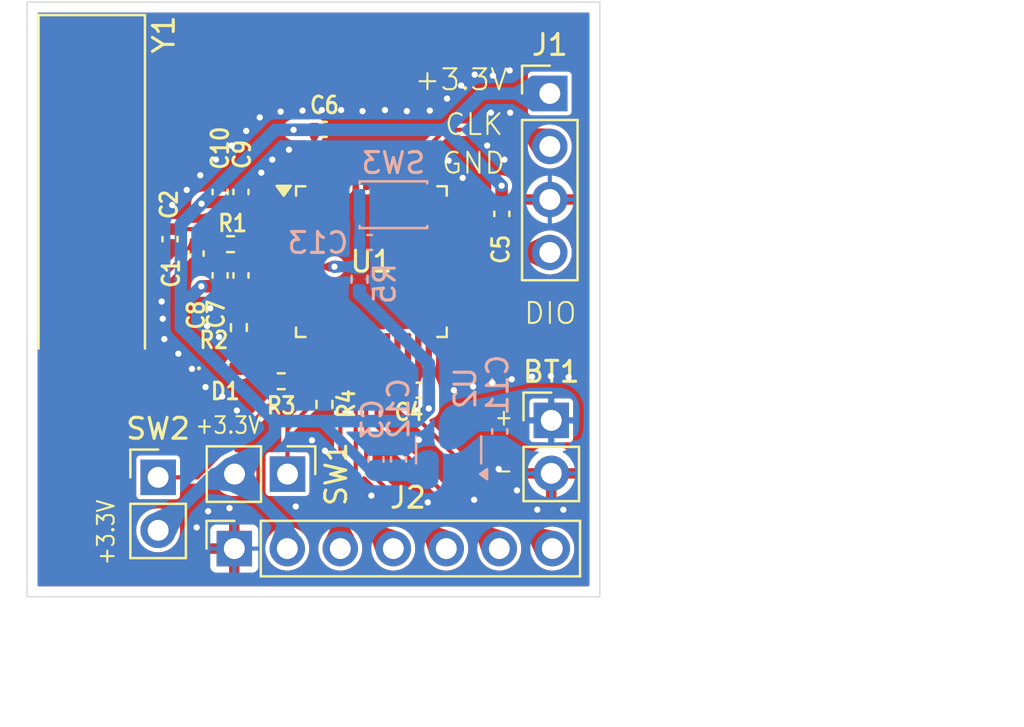
<source format=kicad_pcb>
(kicad_pcb (version 20240108) (generator "pcbnew") (generator_version "8.0")
  (layers (0 "F.Cu" signal) (31 "B.Cu" signal) (34 "B.Paste" user) (35 "F.Paste" user) (36 "B.SilkS" user "B.Silkscreen") (37 "F.SilkS" user "F.Silkscreen") (38 "B.Mask" user) (39 "F.Mask" user) (44 "Edge.Cuts" user))
  (net 0 "")
  (net 1 "+3.3V")
  (net 2 "Earth")
  (net 3 "Net-(C1-Pad2)")
  (net 4 "Net-(U1-PD0)")
  (net 5 "Net-(D1-A)")
  (net 6 "/SWCLK")
  (net 7 "/SWDIO")
  (net 8 "Net-(U1-PD1)")
  (net 9 "Net-(U1-PA0)")
  (net 10 "/LEFT_BUTTON")
  (net 11 "/RIGHT_BUTTON")
  (net 16 "/TFT_DC")
  (net 22 "/SPI1_MOSI")
  (net 23 "/TFT_RST")
  (net 37 "/TFT_CS")
  (net 41 "/SPI1_SCK")
  (net 42 "+5V")
  (net 43 "Net-(SW3A-B)")
  (footprint "Capacitor_SMD:C_0402_1005Metric" (layer "F.Cu") (at 95.1 101.26 90)
    (property "Reference" "C2" (at 1.66 -0.05 -90) (layer "F.SilkS") (effects (font (size 0.8 0.7) (thickness 0.14) (bold yes))))
    (property "Value" "20pF")
    (fp_line (start -0.107836 -0.36) (end 0.107836 -0.36) (stroke (width 0.12)) (layer "F.SilkS"))
    (fp_line (start -0.107836 0.36) (end 0.107836 0.36) (stroke (width 0.12)) (layer "F.SilkS"))
    (pad "1" smd roundrect (at -0.48 0 90) (size 0.56 0.62) (layers "F.Cu" "F.Paste" "F.Mask") (net 2 "Earth"))
    (pad "2" smd roundrect (at 0.48 0 90) (size 0.56 0.62) (layers "F.Cu" "F.Paste" "F.Mask") (net 4 "Net-(U1-PD0)"))
  )
  (footprint "Capacitor_SMD:C_0402_1005Metric" (layer "F.Cu") (at 111 100.05 -90)
    (property "Reference" "C5" (at 1.7 0.05 90) (layer "F.SilkS") (effects (font (size 0.8 0.7) (thickness 0.14) (bold yes))))
    (property "Value" "0,1мкФ")
    (fp_line (start -0.107836 0.36) (end 0.107836 0.36) (stroke (width 0.12)) (layer "F.SilkS"))
    (fp_line (start -0.107836 -0.36) (end 0.107836 -0.36) (stroke (width 0.12)) (layer "F.SilkS"))
    (pad "1" smd roundrect (at -0.48 0 270) (size 0.56 0.62) (layers "F.Cu" "F.Paste" "F.Mask") (net 1 "+3.3V"))
    (pad "2" smd roundrect (at 0.48 0 270) (size 0.56 0.62) (layers "F.Cu" "F.Paste" "F.Mask") (net 2 "Earth"))
  )
  (footprint "Resistor_SMD:R_0402_1005Metric_Pad0.72x0.64mm_HandSolder" (layer "F.Cu") (at 98.4 105.4975 -90)
    (property "Reference" "R2" (at 0.6025 1.2 180) (layer "F.SilkS") (effects (font (size 0.8 0.7) (thickness 0.14) (bold yes))))
    (property "Value" "1k")
    (fp_line (start -0.167621 0.38) (end 0.167621 0.38) (stroke (width 0.12)) (layer "F.SilkS"))
    (fp_line (start -0.167621 -0.38) (end 0.167621 -0.38) (stroke (width 0.12)) (layer "F.SilkS"))
    (pad "1" smd roundrect (at -0.5975 0 270) (size 0.715 0.64) (layers "F.Cu" "F.Paste" "F.Mask") (net 9 "Net-(U1-PA0)"))
    (pad "2" smd roundrect (at 0.5975 0 270) (size 0.715 0.64) (layers "F.Cu" "F.Paste" "F.Mask") (net 5 "Net-(D1-A)"))
  )
  (footprint "Resistor_SMD:R_0402_1005Metric_Pad0.72x0.64mm_HandSolder" (layer "F.Cu") (at 102.5 109.18 -90)
    (property "Reference" "R4" (at -0.03 -1.05 90) (layer "F.SilkS") (effects (font (size 0.8 0.7) (thickness 0.14) (bold yes))))
    (property "Value" "10k")
    (fp_line (start -0.167621 0.38) (end 0.167621 0.38) (stroke (width 0.12)) (layer "F.SilkS"))
    (fp_line (start -0.167621 -0.38) (end 0.167621 -0.38) (stroke (width 0.12)) (layer "F.SilkS"))
    (pad "1" smd roundrect (at -0.5975 0 270) (size 0.715 0.64) (layers "F.Cu" "F.Paste" "F.Mask") (net 11 "/RIGHT_BUTTON"))
    (pad "2" smd roundrect (at 0.5975 0 270) (size 0.715 0.64) (layers "F.Cu" "F.Paste" "F.Mask") (net 2 "Earth"))
  )
  (footprint "Connector_PinHeader_2.54mm:PinHeader_1x02_P2.54mm_Vertical" (layer "F.Cu") (at 94.53 112.675)
    (property "Reference" "SW2" (at 0 -2.33 0) (layer "F.SilkS"))
    (property "Value" "SW_DPST_x2")
    (fp_line (start -1.33 -1.33) (end 0 -1.33) (stroke (width 0.12)) (layer "F.SilkS"))
    (fp_line (start -1.33 0) (end -1.33 -1.33) (stroke (width 0.12)) (layer "F.SilkS"))
    (fp_line (start -1.33 1.27) (end -1.33 3.87) (stroke (width 0.12)) (layer "F.SilkS"))
    (fp_line (start -1.33 1.27) (end 1.33 1.27) (stroke (width 0.12)) (layer "F.SilkS"))
    (fp_line (start -1.33 3.87) (end 1.33 3.87) (stroke (width 0.12)) (layer "F.SilkS"))
    (fp_line (start 1.33 1.27) (end 1.33 3.87) (stroke (width 0.12)) (layer "F.SilkS"))
    (pad "1" thru_hole rect (at 0 0) (size 1.7 1.7) (drill 1) (layers "*.Cu" "*.Mask") (net 10 "/LEFT_BUTTON"))
    (pad "2" thru_hole oval (at 0 2.54) (size 1.7 1.7) (drill 1) (layers "*.Cu" "*.Mask") (net 1 "+3.3V"))
  )
  (footprint "Capacitor_SMD:C_0402_1005Metric" (layer "F.Cu") (at 96.35 101.95 90)
    (property "Reference" "C1" (at -0.95 -1.2 90) (layer "F.SilkS") (effects (font (size 0.8 0.7) (thickness 0.14) (bold yes))))
    (property "Value" "20pF")
    (fp_line (start -0.107836 -0.36) (end 0.107836 -0.36) (stroke (width 0.12)) (layer "F.SilkS"))
    (fp_line (start -0.107836 0.36) (end 0.107836 0.36) (stroke (width 0.12)) (layer "F.SilkS"))
    (pad "1" smd roundrect (at -0.48 0 90) (size 0.56 0.62) (layers "F.Cu" "F.Paste" "F.Mask") (net 2 "Earth"))
    (pad "2" smd roundrect (at 0.48 0 90) (size 0.56 0.62) (layers "F.Cu" "F.Paste" "F.Mask") (net 3 "Net-(C1-Pad2)"))
  )
  (footprint "LED_SMD:LED_0402_1005Metric_Pad0.77x0.64mm_HandSolder" (layer "F.Cu") (at 97.75 107.45)
    (property "Reference" "D1" (at 0 1.1 0) (layer "F.SilkS") (effects (font (size 0.8 0.7) (thickness 0.14) (bold yes))))
    (property "Value" "LED")
    (fp_circle (center -1.265 0) (end -1.215 0) (stroke (width 0.1)) (fill none) (layer "F.SilkS"))
    (pad "1" smd roundrect (at -0.5725 0) (size 0.765 0.64) (layers "F.Cu" "F.Paste" "F.Mask") (net 2 "Earth"))
    (pad "2" smd roundrect (at 0.5725 0) (size 0.765 0.64) (layers "F.Cu" "F.Paste" "F.Mask") (net 5 "Net-(D1-A)"))
  )
  (footprint "Capacitor_SMD:C_0402_1005Metric" (layer "F.Cu") (at 97.5 99 90)
    (property "Reference" "C10" (at 2.1 0 90) (layer "F.SilkS") (effects (font (size 0.8 0.7) (thickness 0.14) (bold yes))))
    (property "Value" "1мкФ")
    (fp_line (start -0.107836 -0.36) (end 0.107836 -0.36) (stroke (width 0.12)) (layer "F.SilkS"))
    (fp_line (start -0.107836 0.36) (end 0.107836 0.36) (stroke (width 0.12)) (layer "F.SilkS"))
    (pad "1" smd roundrect (at -0.48 0 90) (size 0.56 0.62) (layers "F.Cu" "F.Paste" "F.Mask") (net 1 "+3.3V"))
    (pad "2" smd roundrect (at 0.48 0 90) (size 0.56 0.62) (layers "F.Cu" "F.Paste" "F.Mask") (net 2 "Earth"))
  )
  (footprint "Capacitor_SMD:C_0402_1005Metric" (layer "F.Cu") (at 98.5 99 90)
    (property "Reference" "C9" (at 1.8 0.05 90) (layer "F.SilkS") (effects (font (size 0.8 0.7) (thickness 0.14) (bold yes))))
    (property "Value" "0,1мкФ")
    (fp_line (start -0.107836 -0.36) (end 0.107836 -0.36) (stroke (width 0.12)) (layer "F.SilkS"))
    (fp_line (start -0.107836 0.36) (end 0.107836 0.36) (stroke (width 0.12)) (layer "F.SilkS"))
    (pad "1" smd roundrect (at -0.48 0 90) (size 0.56 0.62) (layers "F.Cu" "F.Paste" "F.Mask") (net 1 "+3.3V"))
    (pad "2" smd roundrect (at 0.48 0 90) (size 0.56 0.62) (layers "F.Cu" "F.Paste" "F.Mask") (net 2 "Earth"))
  )
  (footprint "Connector_PinHeader_2.54mm:PinHeader_1x02_P2.54mm_Vertical" (layer "F.Cu") (at 113.37 109.945)
    (property "Reference" "BT1" (at 0 -2.33 0) (layer "F.SilkS"))
    (property "Value" "Battery_Cell")
    (fp_line (start -1.33 -1.33) (end 0 -1.33) (stroke (width 0.12)) (layer "F.SilkS"))
    (fp_line (start -1.33 0) (end -1.33 -1.33) (stroke (width 0.12)) (layer "F.SilkS"))
    (fp_line (start -1.33 1.27) (end -1.33 3.87) (stroke (width 0.12)) (layer "F.SilkS"))
    (fp_line (start -1.33 1.27) (end 1.33 1.27) (stroke (width 0.12)) (layer "F.SilkS"))
    (fp_line (start -1.33 3.87) (end 1.33 3.87) (stroke (width 0.12)) (layer "F.SilkS"))
    (fp_line (start 1.33 1.27) (end 1.33 3.87) (stroke (width 0.12)) (layer "F.SilkS"))
    (pad "1" thru_hole rect (at 0 0) (size 1.7 1.7) (drill 1) (layers "*.Cu" "*.Mask") (net 42 "+5V"))
    (pad "2" thru_hole oval (at 0 2.54) (size 1.7 1.7) (drill 1) (layers "*.Cu" "*.Mask") (net 2 "Earth"))
  )
  (footprint "Capacitor_SMD:C_0402_1005Metric" (layer "F.Cu") (at 107.02 108.5 180)
    (property "Reference" "C4" (at 0.47 -1.05 0) (layer "F.SilkS") (effects (font (size 0.8 0.7) (thickness 0.14) (bold yes))))
    (property "Value" "0,1мкФ")
    (fp_line (start -0.107836 0.36) (end 0.107836 0.36) (stroke (width 0.12)) (layer "F.SilkS"))
    (fp_line (start -0.107836 -0.36) (end 0.107836 -0.36) (stroke (width 0.12)) (layer "F.SilkS"))
    (pad "1" smd roundrect (at -0.48 0 180) (size 0.56 0.62) (layers "F.Cu" "F.Paste" "F.Mask") (net 1 "+3.3V"))
    (pad "2" smd roundrect (at 0.48 0 180) (size 0.56 0.62) (layers "F.Cu" "F.Paste" "F.Mask") (net 2 "Earth"))
  )
  (footprint "Capacitor_SMD:C_0402_1005Metric" (layer "F.Cu") (at 98.5 103 90)
    (property "Reference" "C7" (at -1.85 -1.2 90) (layer "F.SilkS") (effects (font (size 0.8 0.7) (thickness 0.14) (bold yes))))
    (property "Value" "0,1мкФ")
    (fp_line (start -0.107836 -0.36) (end 0.107836 -0.36) (stroke (width 0.12)) (layer "F.SilkS"))
    (fp_line (start -0.107836 0.36) (end 0.107836 0.36) (stroke (width 0.12)) (layer "F.SilkS"))
    (pad "1" smd roundrect (at -0.48 0 90) (size 0.56 0.62) (layers "F.Cu" "F.Paste" "F.Mask") (net 1 "+3.3V"))
    (pad "2" smd roundrect (at 0.48 0 90) (size 0.56 0.62) (layers "F.Cu" "F.Paste" "F.Mask") (net 2 "Earth"))
  )
  (footprint "Resistor_SMD:R_0402_1005Metric_Pad0.72x0.64mm_HandSolder" (layer "F.Cu") (at 100.43 108.07 180)
    (property "Reference" "R3" (at 0 -1.17 0) (layer "F.SilkS") (effects (font (size 0.8 0.7) (thickness 0.14) (bold yes))))
    (property "Value" "10k")
    (fp_line (start -0.167621 0.38) (end 0.167621 0.38) (stroke (width 0.12)) (layer "F.SilkS"))
    (fp_line (start -0.167621 -0.38) (end 0.167621 -0.38) (stroke (width 0.12)) (layer "F.SilkS"))
    (pad "1" smd roundrect (at -0.5975 0 180) (size 0.715 0.64) (layers "F.Cu" "F.Paste" "F.Mask") (net 10 "/LEFT_BUTTON"))
    (pad "2" smd roundrect (at 0.5975 0 180) (size 0.715 0.64) (layers "F.Cu" "F.Paste" "F.Mask") (net 2 "Earth"))
  )
  (footprint "Crystal:Crystal_SMD_HC49-SD_HandSoldering" (layer "F.Cu") (at 91.35 100.6 -90)
    (property "Reference" "Y1" (at -9.15 -3.45 90) (layer "F.SilkS"))
    (property "Value" "8MHz")
    (fp_line (start -10.075 2.55) (end 5.9 2.55) (stroke (width 0.12)) (layer "F.SilkS"))
    (fp_line (start -10.075 -2.55) (end -10.075 2.55) (stroke (width 0.12)) (layer "F.SilkS"))
    (fp_line (start 5.9 -2.55) (end -10.075 -2.55) (stroke (width 0.12)) (layer "F.SilkS"))
    (pad "1" smd rect (at -5.9375 0 270) (size 7.875 2) (layers "F.Cu" "F.Paste" "F.Mask") (net 4 "Net-(U1-PD0)"))
    (pad "2" smd rect (at 5.9375 0 270) (size 7.875 2) (layers "F.Cu" "F.Paste" "F.Mask") (net 3 "Net-(C1-Pad2)"))
  )
  (footprint "Connector_PinSocket_2.54mm:PinSocket_1x07_P2.54mm_Vertical" (layer "F.Cu") (at 98.18 116.09 90)
    (property "Reference" "J2" (at 2.44 8.32 180) (layer "F.SilkS"))
    (property "Value" "Conn_01x07_Pin")
    (fp_line (start 1.33 -1.33) (end 1.33 0) (stroke (width 0.12)) (layer "F.SilkS"))
    (fp_line (start 0 -1.33) (end 1.33 -1.33) (stroke (width 0.12)) (layer "F.SilkS"))
    (fp_line (start 1.33 1.27) (end 1.33 16.57) (stroke (width 0.12)) (layer "F.SilkS"))
    (fp_line (start -1.33 1.27) (end 1.33 1.27) (stroke (width 0.12)) (layer "F.SilkS"))
    (fp_line (start -1.33 1.27) (end -1.33 16.57) (stroke (width 0.12)) (layer "F.SilkS"))
    (fp_line (start -1.33 16.57) (end 1.33 16.57) (stroke (width 0.12)) (layer "F.SilkS"))
    (pad "1" thru_hole rect (at 0 0 90) (size 1.7 1.7) (drill 1) (layers "*.Cu" "*.Mask") (net 2 "Earth"))
    (pad "2" thru_hole oval (at 0 2.54 90) (size 1.7 1.7) (drill 1) (layers "*.Cu" "*.Mask") (net 1 "+3.3V"))
    (pad "3" thru_hole oval (at 0 5.08 90) (size 1.7 1.7) (drill 1) (layers "*.Cu" "*.Mask") (net 41 "/SPI1_SCK"))
    (pad "4" thru_hole oval (at 0 7.62 90) (size 1.7 1.7) (drill 1) (layers "*.Cu" "*.Mask") (net 22 "/SPI1_MOSI"))
    (pad "5" thru_hole oval (at 0 10.16 90) (size 1.7 1.7) (drill 1) (layers "*.Cu" "*.Mask") (net 23 "/TFT_RST"))
    (pad "6" thru_hole oval (at 0 12.7 90) (size 1.7 1.7) (drill 1) (layers "*.Cu" "*.Mask") (net 16 "/TFT_DC"))
    (pad "7" thru_hole oval (at 0 15.24 90) (size 1.7 1.7) (drill 1) (layers "*.Cu" "*.Mask") (net 37 "/TFT_CS"))
  )
  (footprint "Capacitor_SMD:C_0402_1005Metric" (layer "F.Cu") (at 102.5 96)
    (property "Reference" "C6" (at 0 -1.16 0) (layer "F.SilkS") (effects (font (size 0.8 0.7) (thickness 0.14) (bold yes))))
    (property "Value" "0,1мкФ")
    (fp_line (start -0.107836 -0.36) (end 0.107836 -0.36) (stroke (width 0.12)) (layer "F.SilkS"))
    (fp_line (start -0.107836 0.36) (end 0.107836 0.36) (stroke (width 0.12)) (layer "F.SilkS"))
    (pad "1" smd roundrect (at -0.48 0) (size 0.56 0.62) (layers "F.Cu" "F.Paste" "F.Mask") (net 1 "+3.3V"))
    (pad "2" smd roundrect (at 0.48 0) (size 0.56 0.62) (layers "F.Cu" "F.Paste" "F.Mask") (net 2 "Earth"))
  )
  (footprint "Connector_PinHeader_2.54mm:PinHeader_1x02_P2.54mm_Vertical" (layer "F.Cu") (at 100.73 112.52 -90)
    (property "Reference" "SW1" (at 0 -2.33 90) (layer "F.SilkS"))
    (property "Value" "SW_DPST_x2")
    (fp_line (start -1.33 3.87) (end 1.33 3.87) (stroke (width 0.12)) (layer "F.SilkS"))
    (fp_line (start -1.33 1.27) (end -1.33 3.87) (stroke (width 0.12)) (layer "F.SilkS"))
    (fp_line (start -1.33 1.27) (end 1.33 1.27) (stroke (width 0.12)) (layer "F.SilkS"))
    (fp_line (start 1.33 1.27) (end 1.33 3.87) (stroke (width 0.12)) (layer "F.SilkS"))
    (fp_line (start -1.33 0) (end -1.33 -1.33) (stroke (width 0.12)) (layer "F.SilkS"))
    (fp_line (start -1.33 -1.33) (end 0 -1.33) (stroke (width 0.12)) (layer "F.SilkS"))
    (pad "1" thru_hole rect (at 0 0 270) (size 1.7 1.7) (drill 1) (layers "*.Cu" "*.Mask") (net 11 "/RIGHT_BUTTON"))
    (pad "2" thru_hole oval (at 0 2.54 270) (size 1.7 1.7) (drill 1) (layers "*.Cu" "*.Mask") (net 1 "+3.3V"))
  )
  (footprint "Capacitor_SMD:C_0402_1005Metric" (layer "F.Cu") (at 97.5 103 90)
    (property "Reference" "C8" (at -1.9 -1.15 90) (layer "F.SilkS") (effects (font (size 0.8 0.7) (thickness 0.14) (bold yes))))
    (property "Value" "1мкФ")
    (fp_line (start -0.107836 -0.36) (end 0.107836 -0.36) (stroke (width 0.12)) (layer "F.SilkS"))
    (fp_line (start -0.107836 0.36) (end 0.107836 0.36) (stroke (width 0.12)) (layer "F.SilkS"))
    (pad "1" smd roundrect (at -0.48 0 90) (size 0.56 0.62) (layers "F.Cu" "F.Paste" "F.Mask") (net 1 "+3.3V"))
    (pad "2" smd roundrect (at 0.48 0 90) (size 0.56 0.62) (layers "F.Cu" "F.Paste" "F.Mask") (net 2 "Earth"))
  )
  (footprint "Package_QFP:LQFP-48_7x7mm_P0.5mm" (layer "F.Cu") (at 104.75 102.3375)
    (property "Reference" "U1" (at 0 0 0) (layer "F.SilkS"))
    (property "Value" "STM32F103C8Tx")
    (fp_line (start -3.61 -3.61) (end -3.61 -3.16) (stroke (width 0.12)) (layer "F.SilkS"))
    (fp_line (start -3.61 3.61) (end -3.61 3.16) (stroke (width 0.12)) (layer "F.SilkS"))
    (fp_line (start -3.16 -3.61) (end -3.61 -3.61) (stroke (width 0.12)) (layer "F.SilkS"))
    (fp_line (start -3.16 3.61) (end -3.61 3.61) (stroke (width 0.12)) (layer "F.SilkS"))
    (fp_line (start 3.16 -3.61) (end 3.61 -3.61) (stroke (width 0.12)) (layer "F.SilkS"))
    (fp_line (start 3.16 3.61) (end 3.61 3.61) (stroke (width 0.12)) (layer "F.SilkS"))
    (fp_line (start 3.61 -3.61) (end 3.61 -3.16) (stroke (width 0.12)) (layer "F.SilkS"))
    (fp_line (start 3.61 3.61) (end 3.61 3.16) (stroke (width 0.12)) (layer "F.SilkS"))
    (fp_poly (pts (xy -4.2 -3.16) (xy -4.54 -3.63) (xy -3.86 -3.63) (xy -4.2 -3.16)) (stroke (width 0.12)) (fill solid) (layer "F.SilkS"))
    (pad "1" smd roundrect (at -4.1625 -2.75) (size 1.475 0.3) (layers "F.Cu" "F.Paste" "F.Mask") (net 1 "+3.3V"))
    (pad "2" smd roundrect (at -4.1625 -2.25) (size 1.475 0.3) (layers "F.Cu" "F.Paste" "F.Mask"))
    (pad "3" smd roundrect (at -4.1625 -1.75) (size 1.475 0.3) (layers "F.Cu" "F.Paste" "F.Mask"))
    (pad "4" smd roundrect (at -4.1625 -1.25) (size 1.475 0.3) (layers "F.Cu" "F.Paste" "F.Mask"))
    (pad "5" smd roundrect (at -4.1625 -0.75) (size 1.475 0.3) (layers "F.Cu" "F.Paste" "F.Mask") (net 4 "Net-(U1-PD0)"))
    (pad "6" smd roundrect (at -4.1625 -0.25) (size 1.475 0.3) (layers "F.Cu" "F.Paste" "F.Mask") (net 8 "Net-(U1-PD1)"))
    (pad "7" smd roundrect (at -4.1625 0.25) (size 1.475 0.3) (layers "F.Cu" "F.Paste" "F.Mask") (net 43 "Net-(SW3A-B)"))
    (pad "8" smd roundrect (at -4.1625 0.75) (size 1.475 0.3) (layers "F.Cu" "F.Paste" "F.Mask") (net 2 "Earth"))
    (pad "9" smd roundrect (at -4.1625 1.25) (size 1.475 0.3) (layers "F.Cu" "F.Paste" "F.Mask") (net 1 "+3.3V"))
    (pad "10" smd roundrect (at -4.1625 1.75) (size 1.475 0.3) (layers "F.Cu" "F.Paste" "F.Mask") (net 9 "Net-(U1-PA0)"))
    (pad "11" smd roundrect (at -4.1625 2.25) (size 1.475 0.3) (layers "F.Cu" "F.Paste" "F.Mask"))
    (pad "12" smd roundrect (at -4.1625 2.75) (size 1.475 0.3) (layers "F.Cu" "F.Paste" "F.Mask"))
    (pad "13" smd roundrect (at -2.75 4.1625) (size 0.3 1.475) (layers "F.Cu" "F.Paste" "F.Mask") (net 10 "/LEFT_BUTTON"))
    (pad "14" smd roundrect (at -2.25 4.1625) (size 0.3 1.475) (layers "F.Cu" "F.Paste" "F.Mask") (net 11 "/RIGHT_BUTTON"))
    (pad "15" smd roundrect (at -1.75 4.1625) (size 0.3 1.475) (layers "F.Cu" "F.Paste" "F.Mask") (net 41 "/SPI1_SCK"))
    (pad "16" smd roundrect (at -1.25 4.1625) (size 0.3 1.475) (layers "F.Cu" "F.Paste" "F.Mask"))
    (pad "17" smd roundrect (at -0.75 4.1625) (size 0.3 1.475) (layers "F.Cu" "F.Paste" "F.Mask") (net 22 "/SPI1_MOSI"))
    (pad "18" smd roundrect (at -0.25 4.1625) (size 0.3 1.475) (layers "F.Cu" "F.Paste" "F.Mask") (net 23 "/TFT_RST"))
    (pad "19" smd roundrect (at 0.25 4.1625) (size 0.3 1.475) (layers "F.Cu" "F.Paste" "F.Mask") (net 16 "/TFT_DC"))
    (pad "20" smd roundrect (at 0.75 4.1625) (size 0.3 1.475) (layers "F.Cu" "F.Paste" "F.Mask"))
    (pad "21" smd roundrect (at 1.25 4.1625) (size 0.3 1.475) (layers "F.Cu" "F.Paste" "F.Mask") (net 37 "/TFT_CS"))
    (pad "22" smd roundrect (at 1.75 4.1625) (size 0.3 1.475) (layers "F.Cu" "F.Paste" "F.Mask"))
    (pad "23" smd roundrect (at 2.25 4.1625) (size 0.3 1.475) (layers "F.Cu" "F.Paste" "F.Mask") (net 2 "Earth"))
    (pad "24" smd roundrect (at 2.75 4.1625) (size 0.3 1.475) (layers "F.Cu" "F.Paste" "F.Mask") (net 1 "+3.3V"))
    (pad "25" smd roundrect (at 4.1625 2.75) (size 1.475 0.3) (layers "F.Cu" "F.Paste" "F.Mask"))
    (pad "26" smd roundrect (at 4.1625 2.25) (size 1.475 0.3) (layers "F.Cu" "F.Paste" "F.Mask"))
    (pad "27" smd roundrect (at 4.1625 1.75) (size 1.475 0.3) (layers "F.Cu" "F.Paste" "F.Mask"))
    (pad "28" smd roundrect (at 4.1625 1.25) (size 1.475 0.3) (layers "F.Cu" "F.Paste" "F.Mask"))
    (pad "29" smd roundrect (at 4.1625 0.75) (size 1.475 0.3) (layers "F.Cu" "F.Paste" "F.Mask"))
    (pad "30" smd roundrect (at 4.1625 0.25) (size 1.475 0.3) (layers "F.Cu" "F.Paste" "F.Mask"))
    (pad "31" smd roundrect (at 4.1625 -0.25) (size 1.475 0.3) (layers "F.Cu" "F.Paste" "F.Mask"))
    (pad "32" smd roundrect (at 4.1625 -0.75) (size 1.475 0.3) (layers "F.Cu" "F.Paste" "F.Mask"))
    (pad "33" smd roundrect (at 4.1625 -1.25) (size 1.475 0.3) (layers "F.Cu" "F.Paste" "F.Mask"))
    (pad "34" smd roundrect (at 4.1625 -1.75) (size 1.475 0.3) (layers "F.Cu" "F.Paste" "F.Mask") (net 7 "/SWDIO"))
    (pad "35" smd roundrect (at 4.1625 -2.25) (size 1.475 0.3) (layers "F.Cu" "F.Paste" "F.Mask") (net 2 "Earth"))
    (pad "36" smd roundrect (at 4.1625 -2.75) (size 1.475 0.3) (layers "F.Cu" "F.Paste" "F.Mask") (net 1 "+3.3V"))
    (pad "37" smd roundrect (at 2.75 -4.1625) (size 0.3 1.475) (layers "F.Cu" "F.Paste" "F.Mask") (net 6 "/SWCLK"))
    (pad "38" smd roundrect (at 2.25 -4.1625) (size 0.3 1.475) (layers "F.Cu" "F.Paste" "F.Mask"))
    (pad "39" smd roundrect (at 1.75 -4.1625) (size 0.3 1.475) (layers "F.Cu" "F.Paste" "F.Mask"))
    (pad "40" smd roundrect (at 1.25 -4.1625) (size 0.3 1.475) (layers "F.Cu" "F.Paste" "F.Mask"))
    (pad "41" smd roundrect (at 0.75 -4.1625) (size 0.3 1.475) (layers "F.Cu" "F.Paste" "F.Mask"))
    (pad "42" smd roundrect (at 0.25 -4.1625) (size 0.3 1.475) (layers "F.Cu" "F.Paste" "F.Mask"))
    (pad "43" smd roundrect (at -0.25 -4.1625) (size 0.3 1.475) (layers "F.Cu" "F.Paste" "F.Mask"))
    (pad "44" smd roundrect (at -0.75 -4.1625) (size 0.3 1.475) (layers "F.Cu" "F.Paste" "F.Mask") (net 2 "Earth"))
    (pad "45" smd roundrect (at -1.25 -4.1625) (size 0.3 1.475) (layers "F.Cu" "F.Paste" "F.Mask"))
    (pad "46" smd roundrect (at -1.75 -4.1625) (size 0.3 1.475) (layers "F.Cu" "F.Paste" "F.Mask"))
    (pad "47" smd roundrect (at -2.25 -4.1625) (size 0.3 1.475) (layers "F.Cu" "F.Paste" "F.Mask") (net 2 "Earth"))
    (pad "48" smd roundrect (at -2.75 -4.1625) (size 0.3 1.475) (layers "F.Cu" "F.Paste" "F.Mask") (net 1 "+3.3V"))
  )
  (footprint "Connector_PinHeader_2.54mm:PinHeader_1x04_P2.54mm_Vertical" (layer "F.Cu") (at 113.3 94.28)
    (property "Reference" "J1" (at 0 -2.33 0) (layer "F.SilkS"))
    (property "Value" "Conn_01x04_Pin")
    (fp_line (start -1.33 -1.33) (end 0 -1.33) (stroke (width 0.12)) (layer "F.SilkS"))
    (fp_line (start -1.33 0) (end -1.33 -1.33) (stroke (width 0.12)) (layer "F.SilkS"))
    (fp_line (start -1.33 1.27) (end -1.33 8.95) (stroke (width 0.12)) (layer "F.SilkS"))
    (fp_line (start -1.33 1.27) (end 1.33 1.27) (stroke (width 0.12)) (layer "F.SilkS"))
    (fp_line (start -1.33 8.95) (end 1.33 8.95) (stroke (width 0.12)) (layer "F.SilkS"))
    (fp_line (start 1.33 1.27) (end 1.33 8.95) (stroke (width 0.12)) (layer "F.SilkS"))
    (pad "1" thru_hole rect (at 0 0) (size 1.7 1.7) (drill 1) (layers "*.Cu" "*.Mask") (net 1 "+3.3V"))
    (pad "2" thru_hole oval (at 0 2.54) (size 1.7 1.7) (drill 1) (layers "*.Cu" "*.Mask") (net 6 "/SWCLK"))
    (pad "3" thru_hole oval (at 0 5.08) (size 1.7 1.7) (drill 1) (layers "*.Cu" "*.Mask") (net 2 "Earth"))
    (pad "4" thru_hole oval (at 0 7.62) (size 1.7 1.7) (drill 1) (layers "*.Cu" "*.Mask") (net 7 "/SWDIO"))
  )
  (footprint "Resistor_SMD:R_0402_1005Metric_Pad0.72x0.64mm_HandSolder" (layer "F.Cu") (at 98 101.5 180)
    (property "Reference" "R1" (at -0.1 1 0) (layer "F.SilkS") (effects (font (size 0.8 0.7) (thickness 0.14) (bold yes))))
    (property "Value" "0R")
    (fp_line (start -0.167621 0.38) (end 0.167621 0.38) (stroke (width 0.12)) (layer "F.SilkS"))
    (fp_line (start -0.167621 -0.38) (end 0.167621 -0.38) (stroke (width 0.12)) (layer "F.SilkS"))
    (pad "1" smd roundrect (at -0.5975 0 180) (size 0.715 0.64) (layers "F.Cu" "F.Paste" "F.Mask") (net 8 "Net-(U1-PD1)"))
    (pad "2" smd roundrect (at 0.5975 0 180) (size 0.715 0.64) (layers "F.Cu" "F.Paste" "F.Mask") (net 3 "Net-(C1-Pad2)"))
  )
  (footprint "Package_TO_SOT_SMD:SOT-23" (layer "B.Cu") (at 108.4525 111.36 90)
    (property "Reference" "U2" (at 2.96 0.7975 90) (layer "B.SilkS") (effects (justify mirror)))
    (property "Value" "MCP1700x-300xxTT")
    (fp_line (start 0.65 -1.56) (end 0 -1.56) (stroke (width 0.12)) (layer "B.SilkS"))
    (fp_line (start -0.65 -1.56) (end 0 -1.56) (stroke (width 0.12)) (layer "B.SilkS"))
    (fp_line (start 0.65 1.56) (end 0 1.56) (stroke (width 0.12)) (layer "B.SilkS"))
    (fp_line (start -0.65 1.56) (end 0 1.56) (stroke (width 0.12)) (layer "B.SilkS"))
    (fp_poly (pts (xy -1.1625 1.51) (xy -1.4025 1.84) (xy -0.9225 1.84) (xy -1.1625 1.51)) (stroke (width 0.12)) (fill solid) (layer "B.SilkS"))
    (pad "1" smd roundrect (at -0.9375 0.95 90) (size 1.475 0.6) (layers "B.Cu" "B.Paste" "B.Mask") (net 2 "Earth"))
    (pad "2" smd roundrect (at -0.9375 -0.95 90) (size 1.475 0.6) (layers "B.Cu" "B.Paste" "B.Mask") (net 1 "+3.3V"))
    (pad "3" smd roundrect (at 0.9375 0 90) (size 1.475 0.6) (layers "B.Cu" "B.Paste" "B.Mask") (net 42 "+5V"))
  )
  (footprint "Capacitor_SMD:C_0402_1005Metric" (layer "B.Cu") (at 110.9 110.48 -90)
    (property "Reference" "C11" (at -2.23 0.1 90) (layer "B.SilkS") (effects (justify mirror)))
    (property "Value" "1мкФ")
    (fp_line (start 0.107836 0.36) (end -0.107836 0.36) (stroke (width 0.12)) (layer "B.SilkS"))
    (fp_line (start 0.107836 -0.36) (end -0.107836 -0.36) (stroke (width 0.12)) (layer "B.SilkS"))
    (pad "1" smd roundrect (at -0.48 0 270) (size 0.56 0.62) (layers "B.Cu" "B.Paste" "B.Mask") (net 42 "+5V"))
    (pad "2" smd roundrect (at 0.48 0 270) (size 0.56 0.62) (layers "B.Cu" "B.Paste" "B.Mask") (net 2 "Earth"))
  )
  (footprint "Capacitor_SMD:C_0402_1005Metric" (layer "B.Cu") (at 104.97 111.82 90)
    (property "Reference" "C3" (at 1.92 -0.17 90) (layer "B.SilkS") (effects (justify mirror)))
    (property "Value" "10мкФ")
    (fp_line (start 0.107836 -0.36) (end -0.107836 -0.36) (stroke (width 0.12)) (layer "B.SilkS"))
    (fp_line (start 0.107836 0.36) (end -0.107836 0.36) (stroke (width 0.12)) (layer "B.SilkS"))
    (pad "1" smd roundrect (at -0.48 0 90) (size 0.56 0.62) (layers "B.Cu" "B.Paste" "B.Mask") (net 1 "+3.3V"))
    (pad "2" smd roundrect (at 0.48 0 90) (size 0.56 0.62) (layers "B.Cu" "B.Paste" "B.Mask") (net 2 "Earth"))
  )
  (footprint "Capacitor_SMD:C_0402_1005Metric" (layer "B.Cu") (at 106.05 111.81 90)
    (property "Reference" "C12" (at 2.435 0 90) (layer "B.SilkS") (effects (justify mirror)))
    (property "Value" "1мкФ")
    (fp_line (start 0.107836 -0.36) (end -0.107836 -0.36) (stroke (width 0.12)) (layer "B.SilkS"))
    (fp_line (start 0.107836 0.36) (end -0.107836 0.36) (stroke (width 0.12)) (layer "B.SilkS"))
    (pad "1" smd roundrect (at -0.48 0 90) (size 0.56 0.62) (layers "B.Cu" "B.Paste" "B.Mask") (net 1 "+3.3V"))
    (pad "2" smd roundrect (at 0.48 0 90) (size 0.56 0.62) (layers "B.Cu" "B.Paste" "B.Mask") (net 2 "Earth"))
  )
  (footprint "Button_Switch_SMD:SW_SPST_CK_KXT3" (layer "B.Cu") (at 105.805 99.61 180)
    (property "Reference" "SW3" (at 0 2 0) (layer "B.SilkS") (effects (justify mirror)))
    (property "Value" "SW_DPST_x2")
    (fp_line (start 1.62 1.12) (end -1.62 1.12) (stroke (width 0.12)) (layer "B.SilkS"))
    (fp_line (start 1.62 1.02) (end 1.62 1.12) (stroke (width 0.12)) (layer "B.SilkS"))
    (fp_line (start 1.62 -1.12) (end 1.62 -1.02) (stroke (width 0.12)) (layer "B.SilkS"))
    (fp_line (start 1.62 -1.12) (end -1.62 -1.12) (stroke (width 0.12)) (layer "B.SilkS"))
    (fp_line (start -1.62 1.02) (end -1.62 1.12) (stroke (width 0.12)) (layer "B.SilkS"))
    (fp_line (start -1.62 -1.12) (end -1.62 -1.02) (stroke (width 0.12)) (layer "B.SilkS"))
    (pad "1" smd rect (at -1.625 0 180) (size 0.55 1.5) (layers "B.Cu" "B.Paste" "B.Mask") (net 2 "Earth"))
    (pad "2" smd rect (at 1.625 0 180) (size 0.55 1.5) (layers "B.Cu" "B.Paste" "B.Mask") (net 43 "Net-(SW3A-B)"))
  )
  (footprint "Resistor_SMD:R_0402_1005Metric_Pad0.72x0.64mm_HandSolder" (layer "B.Cu") (at 104.18 103.18 90)
    (property "Reference" "R5" (at -0.21 1.21 90) (layer "B.SilkS") (effects (justify mirror)))
    (property "Value" "10k")
    (fp_line (start 0.167621 -0.38) (end -0.167621 -0.38) (stroke (width 0.12)) (layer "B.SilkS"))
    (fp_line (start 0.167621 0.38) (end -0.167621 0.38) (stroke (width 0.12)) (layer "B.SilkS"))
    (pad "1" smd roundrect (at -0.5975 0 90) (size 0.715 0.64) (layers "B.Cu" "B.Paste" "B.Mask") (net 1 "+3.3V"))
    (pad "2" smd roundrect (at 0.5975 0 90) (size 0.715 0.64) (layers "B.Cu" "B.Paste" "B.Mask") (net 43 "Net-(SW3A-B)"))
  )
  (footprint "Capacitor_SMD:C_0402_1005Metric" (layer "B.Cu") (at 104.67 101.42)
    (property "Reference" "C13" (at -2.48 0.02 360) (layer "B.SilkS") (effects (justify mirror)))
    (property "Value" "C")
    (fp_line (start 0.107836 -0.36) (end -0.107836 -0.36) (stroke (width 0.12)) (layer "B.SilkS"))
    (fp_line (start 0.107836 0.36) (end -0.107836 0.36) (stroke (width 0.12)) (layer "B.SilkS"))
    (pad "1" smd roundrect (at -0.48 0) (size 0.56 0.62) (layers "B.Cu" "B.Paste" "B.Mask") (net 43 "Net-(SW3A-B)"))
    (pad "2" smd roundrect (at 0.48 0) (size 0.56 0.62) (layers "B.Cu" "B.Paste" "B.Mask") (net 2 "Earth"))
  )
  (gr_rect (start 88.25 89.9) (end 115.7 118.4) (stroke (width 0.05)) (fill none) (layer "Edge.Cuts"))
  (gr_text "-" (at 110.6 112.8 0) (layer "F.SilkS") (effects (font (size 0.8 0.7) (thickness 0.1)) (justify left bottom)))
  (gr_text "+3.3V" (at 96.25 110.65 0) (layer "F.SilkS") (effects (font (size 0.8 0.7) (thickness 0.1)) (justify left bottom)))
  (gr_text "+3.3V" (at 106.75 94.2 0) (layer "F.SilkS") (effects (font (size 1 1) (thickness 0.1)) (justify left bottom)))
  (gr_text "+" (at 110.6 110.25 0) (layer "F.SilkS") (effects (font (size 0.8 0.7) (thickness 0.1)) (justify left bottom)))
  (gr_text "CLK" (at 108.2 96.35 0) (layer "F.SilkS") (effects (font (size 1 1) (thickness 0.1)) (justify left bottom)))
  (gr_text "+3.3V" (at 92.5 116.95 90) (layer "F.SilkS") (effects (font (size 0.8 0.7) (thickness 0.1)) (justify left bottom)))
  (gr_text "GND" (at 108.05 98.2 0) (layer "F.SilkS") (effects (font (size 1 1) (thickness 0.1)) (justify left bottom)))
  (gr_text "DIO" (at 112 105.4 0) (layer "F.SilkS") (effects (font (size 1 1) (thickness 0.1)) (justify left bottom)))
  (segment (start 107.5 106.5) (end 107.5 108.5) (width 0.2) (layer "F.Cu") (net 1))
  (segment (start 97.5 99.48) (end 98.5 99.48) (width 0.6) (layer "F.Cu") (net 1))
  (segment (start 110.99 99.56) (end 111 99.57) (width 0.6) (layer "F.Cu") (net 1))
  (segment (start 98.6075 99.5875) (end 98.5 99.48) (width 0.2) (layer "F.Cu") (net 1))
  (segment (start 101.02 96.02) (end 102 96.02) (width 0.6) (layer "F.Cu") (net 1))
  (segment (start 110.99 98.7) (end 110.99 99.56) (width 0.6) (layer "F.Cu") (net 1))
  (segment (start 98.6075 103.5875) (end 98.5 103.48) (width 0.2) (layer "F.Cu") (net 1))
  (segment (start 100.5875 99.5875) (end 98.6075 99.5875) (width 0.2) (layer "F.Cu") (net 1))
  (segment (start 96.6 103.52) (end 97.46 103.52) (width 0.6) (layer "F.Cu") (net 1))
  (segment (start 102 98.175) (end 102 96.02) (width 0.2) (layer "F.Cu") (net 1))
  (segment (start 96.61 99.56) (end 96.69 99.48) (width 0.6) (layer "F.Cu") (net 1))
  (segment (start 97.46 103.52) (end 97.5 103.48) (width 0.6) (layer "F.Cu") (net 1))
  (segment (start 102 96.02) (end 102.02 96) (width 0.6) (layer "F.Cu") (net 1))
  (segment (start 100.5875 103.5875) (end 98.6075 103.5875) (width 0.2) (layer "F.Cu") (net 1))
  (segment (start 96.69 99.48) (end 97.5 99.48) (width 0.6) (layer "F.Cu") (net 1))
  (segment (start 108.9125 99.5875) (end 110.9825 99.5875) (width 0.2) (layer "F.Cu") (net 1))
  (segment (start 110.9825 99.5875) (end 111 99.57) (width 0.2) (layer "F.Cu") (net 1))
  (segment (start 107.5 109.375) (end 107.5 108.5) (width 0.6) (layer "F.Cu") (net 1))
  (segment (start 98.5 103.48) (end 97.5 103.48) (width 0.5) (layer "F.Cu") (net 1))
  (via blind (at 96.6 103.52) (size 0.6) (drill 0.3) (layers "F.Cu" "B.Cu") (net 1))
  (via blind (at 107.5 109.375) (size 0.6) (drill 0.3) (layers "F.Cu" "B.Cu") (net 1))
  (via blind (at 110.99 98.7) (size 0.6) (drill 0.3) (layers "F.Cu" "B.Cu") (net 1))
  (via blind (at 96.61 99.56) (size 0.6) (drill 0.3) (layers "F.Cu" "B.Cu") (net 1))
  (via blind (at 101.02 96.02) (size 0.6) (drill 0.3) (layers "F.Cu" "B.Cu") (net 1))
  (segment (start 95.62 105.48) (end 95.62 104.5) (width 0.6) (layer "B.Cu") (net 1))
  (segment (start 100.12 109.98) (end 95.62 105.48) (width 0.6) (layer "B.Cu") (net 1))
  (segment (start 107.5 107.22) (end 104.18 103.9) (width 0.6) (layer "B.Cu") (net 1))
  (segment (start 104.18 103.9) (end 104.18 103.7775) (width 0.6) (layer "B.Cu") (net 1))
  (segment (start 101.02 96.02) (end 108.31 96.02) (width 0.6) (layer "B.Cu") (net 1))
  (segment (start 107.5 109.375) (end 107.5 107.22) (width 0.6) (layer "B.Cu") (net 1))
  (segment (start 96.61 99.56) (end 95.62 100.55) (width 0.6) (layer "B.Cu") (net 1))
  (segment (start 102.340001 109.98) (end 102.3 109.98) (width 0.5) (layer "B.Cu") (net 1))
  (segment (start 100.12 109.98) (end 100.12 110.59) (width 0.6) (layer "B.Cu") (net 1))
  (segment (start 97.225 112.52) (end 94.53 115.215) (width 0.6) (layer "B.Cu") (net 1))
  (segment (start 108.31 96.02) (end 110.05 94.28) (width 0.6) (layer "B.Cu") (net 1))
  (segment (start 100.42 114.75) (end 98.19 112.52) (width 0.6) (layer "B.Cu") (net 1))
  (segment (start 102.3 109.98) (end 100.12 109.98) (width 0.6) (layer "B.Cu") (net 1))
  (segment (start 100.15 96.02) (end 101.02 96.02) (width 0.6) (layer "B.Cu") (net 1))
  (segment (start 107.5 109.4) (end 107.5 109.375) (width 0.6) (layer "B.Cu") (net 1))
  (segment (start 95.62 104.5) (end 96.6 103.52) (width 0.6) (layer "B.Cu") (net 1))
  (segment (start 104.660001 112.3) (end 102.340001 109.98) (width 0.5) (layer "B.Cu") (net 1))
  (segment (start 100.72 116.09) (end 100.72 115.045) (width 0.6) (layer "B.Cu") (net 1))
  (segment (start 106.92 109.98) (end 107.5 109.4) (width 0.6) (layer "B.Cu") (net 1))
  (segment (start 100.425 114.75) (end 100.42 114.75) (width 0.6) (layer "B.Cu") (net 1))
  (segment (start 96.61 99.56) (end 100.15 96.02) (width 0.6) (layer "B.Cu") (net 1))
  (segment (start 110.05 94.28) (end 113.3 94.28) (width 0.6) (layer "B.Cu") (net 1))
  (segment (start 108.31 96.02) (end 110.99 98.7) (width 0.6) (layer "B.Cu") (net 1))
  (segment (start 100.72 115.045) (end 100.425 114.75) (width 0.6) (layer "B.Cu") (net 1))
  (segment (start 100.12 110.59) (end 98.19 112.52) (width 0.6) (layer "B.Cu") (net 1))
  (segment (start 95.62 100.55) (end 95.62 104.5) (width 0.6) (layer "B.Cu") (net 1))
  (segment (start 102.3 109.98) (end 106.92 109.98) (width 0.6) (layer "B.Cu") (net 1))
  (segment (start 98.19 112.52) (end 97.225 112.52) (width 0.6) (layer "B.Cu") (net 1))
  (segment (start 104.97 112.3) (end 104.660001 112.3) (width 0.5) (layer "B.Cu") (net 1))
  (via blind (at 107.55 95.1) (size 0.6) (drill 0.3) (layers "F.Cu" "B.Cu") (net 2))
  (via blind (at 97.025 104.575) (size 0.6) (drill 0.3) (layers "F.Cu" "B.Cu") (net 2))
  (via blind (at 96.925 114.3) (size 0.6) (drill 0.3) (layers "F.Cu" "B.Cu") (net 2))
  (via blind (at 95.5 106.75) (size 0.6) (drill 0.3) (layers "F.Cu" "B.Cu") (net 2))
  (via blind (at 101.45 95.1) (size 0.6) (drill 0.3) (layers "F.Cu" "B.Cu") (net 2))
  (via blind (at 107.45 113.875) (size 0.6) (drill 0.3) (layers "F.Cu" "B.Cu") (net 2))
  (via blind (at 114.2 107.875) (size 0.6) (drill 0.3) (layers "F.Cu" "B.Cu") (net 2))
  (via blind (at 100 97.45) (size 0.6) (drill 0.3) (layers "F.Cu" "B.Cu") (net 2))
  (via blind (at 98.3 109.475) (size 0.6) (drill 0.3) (layers "F.Cu" "B.Cu") (net 2))
  (via blind (at 96.875 105.425) (size 0.6) (drill 0.3) (layers "F.Cu" "B.Cu") (net 2))
  (via blind (at 102.525 111.4) (size 0.6) (drill 0.3) (layers "F.Cu" "B.Cu") (net 2))
  (via blind (at 107.025 110.875) (size 0.6) (drill 0.3) (layers "F.Cu" "B.Cu") (net 2))
  (via blind (at 95.2 99.625) (size 0.6) (drill 0.3) (layers "F.Cu" "B.Cu") (net 2))
  (via blind (at 100.4 95.15) (size 0.6) (drill 0.3) (layers "F.Cu" "B.Cu") (net 2))
  (via blind (at 113.95 114.225) (size 0.6) (drill 0.3) (layers "F.Cu" "B.Cu") (net 2))
  (via blind (at 95.9 98.9) (size 0.6) (drill 0.3) (layers "F.Cu" "B.Cu") (net 2))
  (via blind (at 109.7 93.375) (size 0.6) (drill 0.3) (layers "F.Cu" "B.Cu") (net 2))
  (via blind (at 97.45 105.95) (size 0.6) (drill 0.3) (layers "F.Cu" "B.Cu") (net 2))
  (via blind (at 106.45 95.125) (size 0.6) (drill 0.3) (layers "F.Cu" "B.Cu") (net 2))
  (via blind (at 109.675 113.75) (size 0.6) (drill 0.3) (layers "F.Cu" "B.Cu") (net 2))
  (via blind (at 111.375 93.175) (size 0.6) (drill 0.3) (layers "F.Cu" "B.Cu") (net 2))
  (via blind (at 109.125 98.325) (size 0.6) (drill 0.3) (layers "F.Cu" "B.Cu") (net 2))
  (via blind (at 96.375 115.075) (size 0.6) (drill 0.3) (layers "F.Cu" "B.Cu") (net 2))
  (via blind (at 99.475 98.075) (size 0.6) (drill 0.3) (layers "F.Cu" "B.Cu") (net 2))
  (via blind (at 98.05 96.775) (size 0.6) (drill 0.3) (layers "F.Cu" "B.Cu") (net 2))
  (via blind (at 101.125 114.075) (size 0.6) (drill 0.3) (layers "F.Cu" "B.Cu") (net 2))
  (via blind (at 94.7 104.25) (size 0.6) (drill 0.3) (layers "F.Cu" "B.Cu") (net 2))
  (via blind (at 97.3 97.45) (size 0.6) (drill 0.3) (layers "F.Cu" "B.Cu") (net 2))
  (via blind (at 110.55 108.15) (size 0.6) (drill 0.3) (layers "F.Cu" "B.Cu") (net 2))
  (via blind (at 97.95 114.15) (size 0.6) (drill 0.3) (layers "F.Cu" "B.Cu") (net 2))
  (via blind (at 112.7 114.225) (size 0.6) (drill 0.3) (layers "F.Cu" "B.Cu") (net 2))
  (via blind (at 104.75 113.55) (size 0.6) (drill 0.3) (layers "F.Cu" "B.Cu") (net 2))
  (via blind (at 100.8 96.975) (size 0.6) (drill 0.3) (layers "F.Cu" "B.Cu") (net 2))
  (via blind (at 113.35 107.825) (size 0.6) (drill 0.3) (layers "F.Cu" "B.Cu") (net 2))
  (via blind (at 111.475 107.975) (size 0.6) (drill 0.3) (layers "F.Cu" "B.Cu") (net 2))
  (via blind (at 104.325 95.125) (size 0.6) (drill 0.3) (layers "F.Cu" "B.Cu") (net 2))
  (via blind (at 109.625 108.325) (size 0.6) (drill 0.3) (layers "F.Cu" "B.Cu") (net 2))
  (via blind (at 108.7 108.5) (size 0.6) (drill 0.3) (layers "F.Cu" "B.Cu") (net 2))
  (via blind (at 110.475 95.2) (size 0.6) (drill 0.3) (layers "F.Cu" "B.Cu") (net 2))
  (via blind (at 108.45 97.5) (size 0.6) (drill 0.3) (layers "F.Cu" "B.Cu") (net 2))
  (via blind (at 108.375 94.525) (size 0.6) (drill 0.3) (layers "F.Cu" "B.Cu") (net 2))
  (via blind (at 112.45 107.85) (size 0.6) (drill 0.3) (layers "F.Cu" "B.Cu") (net 2))
  (via blind (at 109.05 93.9) (size 0.6) (drill 0.3) (layers "F.Cu" "B.Cu") (net 2))
  (via blind (at 102.375 95.075) (size 0.6) (drill 0.3) (layers "F.Cu" "B.Cu") (net 2))
  (via blind (at 110.3 96.775) (size 0.6) (drill 0.3) (layers "F.Cu" "B.Cu") (net 2))
  (via blind (at 96.8 108.35) (size 0.6) (drill 0.3) (layers "F.Cu" "B.Cu") (net 2))
  (via blind (at 103.3 95.075) (size 0.6) (drill 0.3) (layers "F.Cu" "B.Cu") (net 2))
  (via blind (at 110.85 112.275) (size 0.6) (drill 0.3) (layers "F.Cu" "B.Cu") (net 2))
  (via blind (at 111.125 97.45) (size 0.6) (drill 0.3) (layers "F.Cu" "B.Cu") (net 2))
  (via blind (at 105.4 95.075) (size 0.6) (drill 0.3) (layers "F.Cu" "B.Cu") (net 2))
  (via blind (at 111.4 95.2) (size 0.6) (drill 0.3) (layers "F.Cu" "B.Cu") (net 2))
  (via blind (at 96.55 98.2) (size 0.6) (drill 0.3) (layers "F.Cu" "B.Cu") (net 2))
  (via blind (at 96.15 107.475) (size 0.6) (drill 0.3) (layers "F.Cu" "B.Cu") (net 2))
  (via blind (at 110.575 93.425) (size 0.6) (drill 0.3) (layers "F.Cu" "B.Cu") (net 2))
  (via blind (at 101.9 110.9) (size 0.6) (drill 0.3) (layers "F.Cu" "B.Cu") (net 2))
  (via blind (at 99.4 95.425) (size 0.6) (drill 0.3) (layers "F.Cu" "B.Cu") (net 2))
  (via blind (at 111.725 113.3) (size 0.6) (drill 0.3) (layers "F.Cu" "B.Cu") (net 2))
  (via blind (at 94.75 105.075) (size 0.6) (drill 0.3) (layers "F.Cu" "B.Cu") (net 2))
  (via blind (at 98.75 96.075) (size 0.6) (drill 0.3) (layers "F.Cu" "B.Cu") (net 2))
  (via blind (at 97.6 108.8) (size 0.6) (drill 0.3) (layers "F.Cu" "B.Cu") (net 2))
  (via blind (at 94.825 106.05) (size 0.6) (drill 0.3) (layers "F.Cu" "B.Cu") (net 2))
  (segment (start 96.38 101.5) (end 96.35 101.47) (width 0.2) (layer "F.Cu") (net 3))
  (segment (start 91.35 104.48) (end 91.35 106.5375) (width 0.2) (layer "F.Cu") (net 3))
  (segment (start 96.35 101.47) (end 94.85 102.97) (width 0.2) (layer "F.Cu") (net 3))
  (segment (start 94.85 102.97) (end 92.86 102.97) (width 0.2) (layer "F.Cu") (net 3))
  (segment (start 92.86 102.97) (end 91.35 104.48) (width 0.2) (layer "F.Cu") (net 3))
  (segment (start 97.4025 101.5) (end 96.38 101.5) (width 0.2) (layer "F.Cu") (net 3))
  (segment (start 100.5875 101.5875) (end 99.7875 101.5875) (width 0.2) (layer "F.Cu") (net 4))
  (segment (start 91.35 97.61) (end 91.35 94.6625) (width 0.2) (layer "F.Cu") (net 4))
  (segment (start 99.7875 101.5875) (end 98.98 100.78) (width 0.2) (layer "F.Cu") (net 4))
  (segment (start 94.52 100.78) (end 91.35 97.61) (width 0.2) (layer "F.Cu") (net 4))
  (segment (start 95.1 100.78) (end 94.52 100.78) (width 0.2) (layer "F.Cu") (net 4))
  (segment (start 98.98 100.78) (end 95.1 100.78) (width 0.2) (layer "F.Cu") (net 4))
  (segment (start 98.4 107.3725) (end 98.3225 107.45) (width 0.2) (layer "F.Cu") (net 5))
  (segment (start 98.4 106.095) (end 98.4 107.3725) (width 0.5) (layer "F.Cu") (net 5))
  (segment (start 107.5 98.175) (end 107.5 96.8) (width 0.2) (layer "F.Cu") (net 6))
  (segment (start 107.5 96.8) (end 108.28 96.02) (width 0.2) (layer "F.Cu") (net 6))
  (segment (start 112.5 96.02) (end 113.3 96.82) (width 0.2) (layer "F.Cu") (net 6))
  (segment (start 108.28 96.02) (end 112.5 96.02) (width 0.2) (layer "F.Cu") (net 6))
  (segment (start 108.9125 100.5875) (end 110.121366 100.5875) (width 0.2) (layer "F.Cu") (net 7))
  (segment (start 110.121366 100.5875) (end 111.433866 101.9) (width 0.2) (layer "F.Cu") (net 7))
  (segment (start 111.433866 101.9) (end 113.3 101.9) (width 0.2) (layer "F.Cu") (net 7))
  (segment (start 100.5875 102.0875) (end 99.185 102.0875) (width 0.2) (layer "F.Cu") (net 8))
  (segment (start 99.185 102.0875) (end 98.5975 101.5) (width 0.2) (layer "F.Cu") (net 8))
  (segment (start 99.2125 104.0875) (end 98.4 104.9) (width 0.2) (layer "F.Cu") (net 9))
  (segment (start 100.5875 104.0875) (end 99.2125 104.0875) (width 0.2) (layer "F.Cu") (net 9))
  (segment (start 102 107.55) (end 101.48 108.07) (width 0.2) (layer "F.Cu") (net 10))
  (segment (start 102 106.5) (end 102 107.55) (width 0.2) (layer "F.Cu") (net 10))
  (segment (start 101.48 108.07) (end 101.0275 108.07) (width 0.2) (layer "F.Cu") (net 10))
  (segment (start 101.013654 108.07) (end 96.408654 112.675) (width 0.2) (layer "F.Cu") (net 10))
  (segment (start 96.408654 112.675) (end 94.53 112.675) (width 0.2) (layer "F.Cu") (net 10))
  (segment (start 101.0275 108.07) (end 101.013654 108.07) (width 0.2) (layer "F.Cu") (net 10))
  (segment (start 102.5 108.5825) (end 100.73 110.3525) (width 0.2) (layer "F.Cu") (net 11))
  (segment (start 100.73 110.3525) (end 100.73 112.52) (width 0.2) (layer "F.Cu") (net 11))
  (segment (start 102.5 106.5) (end 102.5 108.5825) (width 0.2) (layer "F.Cu") (net 11))
  (segment (start 105 110.21) (end 110.88 116.09) (width 0.2) (layer "F.Cu") (net 16))
  (segment (start 105 106.5) (end 105 110.21) (width 0.2) (layer "F.Cu") (net 16))
  (segment (start 104 106.5) (end 104 114.29) (width 0.2) (layer "F.Cu") (net 22))
  (segment (start 104 114.29) (end 105.8 116.09) (width 0.2) (layer "F.Cu") (net 22))
  (segment (start 104.5 112.25) (end 108.34 116.09) (width 0.2) (layer "F.Cu") (net 23))
  (segment (start 104.5 106.5) (end 104.5 112.25) (width 0.2) (layer "F.Cu") (net 23))
  (segment (start 113.193866 116.09) (end 113.42 116.09) (width 0.2) (layer "F.Cu") (net 37))
  (segment (start 105.96 108.856134) (end 113.193866 116.09) (width 0.2) (layer "F.Cu") (net 37))
  (segment (start 106 106.5) (end 105.96 106.54) (width 0.2) (layer "F.Cu") (net 37))
  (segment (start 105.96 106.54) (end 105.96 108.856134) (width 0.2) (layer "F.Cu") (net 37))
  (segment (start 103 106.5) (end 103 108.070028) (width 0.2) (layer "F.Cu") (net 41))
  (segment (start 103.26 108.330028) (end 103.26 116.09) (width 0.2) (layer "F.Cu") (net 41))
  (segment (start 103 108.070028) (end 103.26 108.330028) (width 0.2) (layer "F.Cu") (net 41))
  (segment (start 113.37 109.945) (end 113.315 110) (width 0.6) (layer "B.Cu") (net 42))
  (segment (start 102.9725 102.5875) (end 102.98 102.58) (width 0.2) (layer "F.Cu") (net 43))
  (segment (start 100.5875 102.5875) (end 102.9725 102.5875) (width 0.2) (layer "F.Cu") (net 43))
  (via blind (at 102.98 102.58) (size 0.6) (drill 0.3) (layers "F.Cu" "B.Cu") (net 43))
  (segment (start 104.1775 102.58) (end 104.18 102.5825) (width 0.5) (layer "B.Cu") (net 43))
  (segment (start 104.18 101.43) (end 104.19 101.42) (width 0.5) (layer "B.Cu") (net 43))
  (segment (start 104.18 102.5825) (end 104.18 101.43) (width 0.5) (layer "B.Cu") (net 43))
  (segment (start 104.19 99.62) (end 104.18 99.61) (width 0.5) (layer "B.Cu") (net 43))
  (segment (start 102.98 102.58) (end 104.1775 102.58) (width 0.5) (layer "B.Cu") (net 43))
  (segment (start 104.19 101.42) (end 104.19 99.62) (width 0.5) (layer "B.Cu") (net 43))
  (zone (net 2) (net_name "Earth") (layer "F.Cu") (priority 3) (connect_pads yes (clearance 0.15)) (min_thickness 0.2) (fill yes (thermal_gap 0.5) (thermal_bridge_width 0.5))
    (polygon (pts (xy 88.25 89.925) (xy 115.7 89.9) (xy 115.7 118.4) (xy 88.25 118.4)))
  )
  (zone (net 1) (net_name "+3.3V") (layer "B.Cu") (priority 3) (connect_pads yes (clearance 0.1)) (min_thickness 0.1) (fill yes (thermal_gap 0.1) (thermal_bridge_width 0.1) (smoothing fillet) (radius 3))
    (polygon (pts (xy 107.975 113.225) (xy 107 113.225) (xy 106.45 112.85) (xy 104.425 112.85) (xy 104.425 111.825) (xy 106.6 111.825) (xy 107.15 111.375) (xy 107.975 111.375)))
  )
  (zone (net 42) (net_name "+5V") (layer "B.Cu") (name "+5V") (priority 3) (connect_pads yes (clearance 0.2)) (min_thickness 0.2) (fill yes (thermal_gap 0.2) (thermal_bridge_width 0.3) (smoothing fillet) (radius 1))
    (polygon (pts (xy 114.725 108.375) (xy 114.7 111.225) (xy 112.35 111.225) (xy 111.225 110.475) (xy 109.875 110.475) (xy 108.85 111.35) (xy 107.975 111.35) (xy 107.975 109.325) (xy 112.375 108.375)))
  )
  (zone (net 2) (net_name "Earth") (layer "B.Cu") (priority 2) (connect_pads yes (clearance 0.1)) (min_thickness 0.1) (fill yes (thermal_gap 0.3) (thermal_bridge_width 0.2))
    (polygon (pts (xy 88.25 118.375) (xy 115.7 118.4) (xy 115.7 89.9) (xy 88.25 89.9)))
  )
)
</source>
